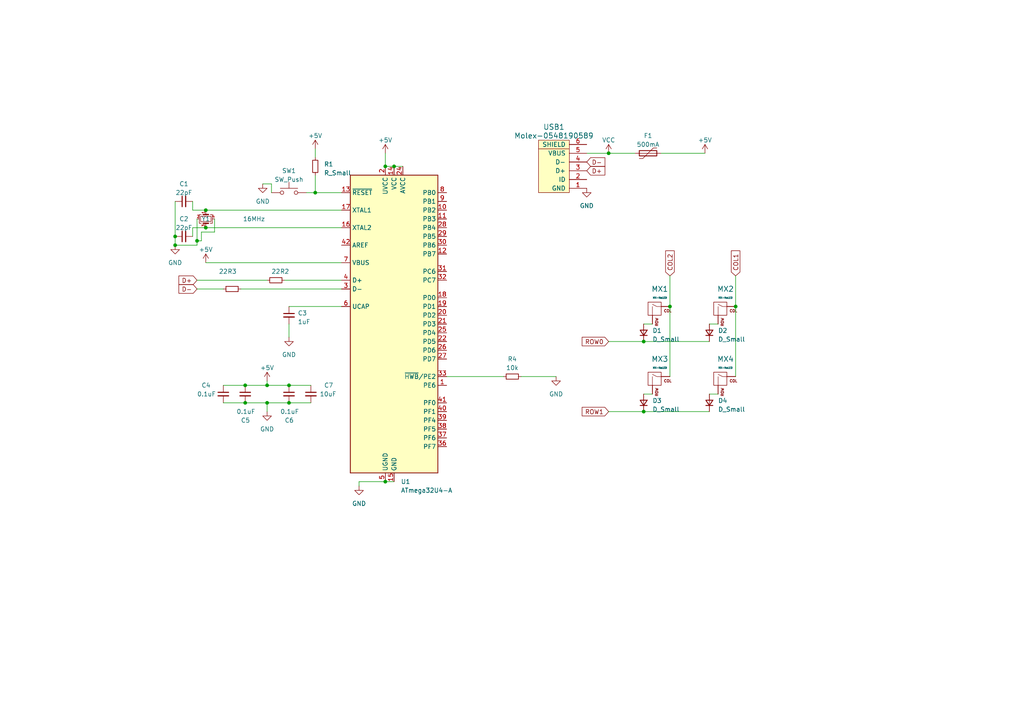
<source format=kicad_sch>
(kicad_sch (version 20230121) (generator eeschema)
  (paper "A4")
  (lib_symbols
    (symbol "Device:C_Small" (pin_numbers hide) (pin_names (offset 0.254) hide)
      (property "Reference" "C" (at 0.254 1.778 0))
      (property "Value" "C_Small" (at 0.254 -2.032 0))
      (symbol "C_Small_0_1"
        (polyline (pts (xy -1.524 -0.508) (xy 1.524 -0.508)) (stroke (width 0.3302)))
        (polyline (pts (xy -1.524 0.508) (xy 1.524 0.508)) (stroke (width 0.3048)))
      )
      (symbol "C_Small_1_1"
        (pin passive line (at 0 2.54 270) (length 2.032) (name "~") (number "1"))
        (pin passive line (at 0 -2.54 90) (length 2.032) (name "~") (number "2"))
      )
    )
    (symbol "Device:Crystal_GND24_Small" (pin_names (offset 1.016) hide)
      (property "Reference" "Y" (at 1.27 4.445 0))
      (property "Value" "Crystal_GND24_Small" (at 1.27 2.54 0))
      (symbol "Crystal_GND24_Small_0_1"
        (rectangle (start -0.762 -1.524) (end 0.762 1.524))
        (polyline (pts (xy -1.27 -0.762) (xy -1.27 0.762)) (stroke (width 0.381)))
        (polyline (pts (xy 1.27 -0.762) (xy 1.27 0.762)) (stroke (width 0.381)))
        (polyline (pts (xy -1.27 -1.27) (xy -1.27 -1.905) (xy 1.27 -1.905) (xy 1.27 -1.27)))
        (polyline (pts (xy -1.27 1.27) (xy -1.27 1.905) (xy 1.27 1.905) (xy 1.27 1.27)))
      )
      (symbol "Crystal_GND24_Small_1_1"
        (pin passive line (at -2.54 0 0) (length 1.27) (name "1") (number "1"))
        (pin passive line (at 0 -2.54 90) (length 0.635) (name "2") (number "2"))
        (pin passive line (at 2.54 0 180) (length 1.27) (name "3") (number "3"))
        (pin passive line (at 0 2.54 270) (length 0.635) (name "4") (number "4"))
      )
    )
    (symbol "Device:D_Small" (pin_numbers hide) (pin_names (offset 0.254) hide)
      (property "Reference" "D" (at -1.27 2.032 0))
      (property "Value" "D_Small" (at -3.81 -2.032 0))
      (symbol "D_Small_0_1"
        (polyline (pts (xy -0.762 -1.016) (xy -0.762 1.016)) (stroke (width 0.254)))
        (polyline (pts (xy -0.762 0) (xy 0.762 0)))
        (polyline (pts (xy 0.762 -1.016) (xy -0.762 0) (xy 0.762 1.016) (xy 0.762 -1.016)) (stroke (width 0.254)))
      )
      (symbol "D_Small_1_1"
        (pin passive line (at -2.54 0 0) (length 1.778) (name "K") (number "1"))
        (pin passive line (at 2.54 0 180) (length 1.778) (name "A") (number "2"))
      )
    )
    (symbol "Device:Polyfuse" (pin_numbers hide) (pin_names (offset 0))
      (property "Reference" "F" (at -2.54 0 90))
      (property "Value" "Polyfuse" (at 2.54 0 90))
      (symbol "Polyfuse_0_1"
        (rectangle (start -0.762 2.54) (end 0.762 -2.54) (stroke (width 0.254)))
        (polyline (pts (xy 0 2.54) (xy 0 -2.54)))
        (polyline (pts (xy -1.524 2.54) (xy -1.524 1.524) (xy 1.524 -1.524) (xy 1.524 -2.54)))
      )
      (symbol "Polyfuse_1_1"
        (pin passive line (at 0 3.81 270) (length 1.27) (name "~") (number "1"))
        (pin passive line (at 0 -3.81 90) (length 1.27) (name "~") (number "2"))
      )
    )
    (symbol "Device:R_Small" (pin_numbers hide) (pin_names (offset 0.254) hide)
      (property "Reference" "R" (at 0.762 0.508 0))
      (property "Value" "R_Small" (at 0.762 -1.016 0))
      (symbol "R_Small_0_1"
        (rectangle (start -0.762 1.778) (end 0.762 -1.778) (stroke (width 0.2032)))
      )
      (symbol "R_Small_1_1"
        (pin passive line (at 0 2.54 270) (length 0.762) (name "~") (number "1"))
        (pin passive line (at 0 -2.54 90) (length 0.762) (name "~") (number "2"))
      )
    )
    (symbol "MCU_Microchip_ATmega:ATmega32U4-A"
      (property "Reference" "U" (at -12.7 44.45 0))
      (property "Value" "ATmega32U4-A" (at 2.54 -44.45 0))
      (symbol "ATmega32U4-A_0_1"
        (rectangle (start -12.7 -43.18) (end 12.7 43.18) (stroke (width 0.254)) (fill (type background)))
      )
      (symbol "ATmega32U4-A_1_1"
        (pin bidirectional line (at 15.24 -17.78 180) (length 2.54) (name "PE6") (number "1"))
        (pin bidirectional line (at 15.24 33.02 180) (length 2.54) (name "PB2") (number "10"))
        (pin bidirectional line (at 15.24 30.48 180) (length 2.54) (name "PB3") (number "11"))
        (pin bidirectional line (at 15.24 20.32 180) (length 2.54) (name "PB7") (number "12"))
        (pin input line (at -15.24 38.1 0) (length 2.54) (name "~{RESET}") (number "13"))
        (pin power_in line (at 0 45.72 270) (length 2.54) (name "VCC") (number "14"))
        (pin power_in line (at 0 -45.72 90) (length 2.54) (name "GND") (number "15"))
        (pin output line (at -15.24 27.94 0) (length 2.54) (name "XTAL2") (number "16"))
        (pin input line (at -15.24 33.02 0) (length 2.54) (name "XTAL1") (number "17"))
        (pin bidirectional line (at 15.24 7.62 180) (length 2.54) (name "PD0") (number "18"))
        (pin bidirectional line (at 15.24 5.08 180) (length 2.54) (name "PD1") (number "19"))
        (pin power_in line (at -2.54 45.72 270) (length 2.54) (name "UVCC") (number "2"))
        (pin bidirectional line (at 15.24 2.54 180) (length 2.54) (name "PD2") (number "20"))
        (pin bidirectional line (at 15.24 0 180) (length 2.54) (name "PD3") (number "21"))
        (pin bidirectional line (at 15.24 -5.08 180) (length 2.54) (name "PD5") (number "22"))
        (pin passive line (at 0 -45.72 90) (length 2.54) hide (name "GND") (number "23"))
        (pin power_in line (at 2.54 45.72 270) (length 2.54) (name "AVCC") (number "24"))
        (pin bidirectional line (at 15.24 -2.54 180) (length 2.54) (name "PD4") (number "25"))
        (pin bidirectional line (at 15.24 -7.62 180) (length 2.54) (name "PD6") (number "26"))
        (pin bidirectional line (at 15.24 -10.16 180) (length 2.54) (name "PD7") (number "27"))
        (pin bidirectional line (at 15.24 27.94 180) (length 2.54) (name "PB4") (number "28"))
        (pin bidirectional line (at 15.24 25.4 180) (length 2.54) (name "PB5") (number "29"))
        (pin bidirectional line (at -15.24 10.16 0) (length 2.54) (name "D-") (number "3"))
        (pin bidirectional line (at 15.24 22.86 180) (length 2.54) (name "PB6") (number "30"))
        (pin bidirectional line (at 15.24 15.24 180) (length 2.54) (name "PC6") (number "31"))
        (pin bidirectional line (at 15.24 12.7 180) (length 2.54) (name "PC7") (number "32"))
        (pin bidirectional line (at 15.24 -15.24 180) (length 2.54) (name "~{HWB}/PE2") (number "33"))
        (pin passive line (at 0 45.72 270) (length 2.54) hide (name "VCC") (number "34"))
        (pin passive line (at 0 -45.72 90) (length 2.54) hide (name "GND") (number "35"))
        (pin bidirectional line (at 15.24 -35.56 180) (length 2.54) (name "PF7") (number "36"))
        (pin bidirectional line (at 15.24 -33.02 180) (length 2.54) (name "PF6") (number "37"))
        (pin bidirectional line (at 15.24 -30.48 180) (length 2.54) (name "PF5") (number "38"))
        (pin bidirectional line (at 15.24 -27.94 180) (length 2.54) (name "PF4") (number "39"))
        (pin bidirectional line (at -15.24 12.7 0) (length 2.54) (name "D+") (number "4"))
        (pin bidirectional line (at 15.24 -25.4 180) (length 2.54) (name "PF1") (number "40"))
        (pin bidirectional line (at 15.24 -22.86 180) (length 2.54) (name "PF0") (number "41"))
        (pin passive line (at -15.24 22.86 0) (length 2.54) (name "AREF") (number "42"))
        (pin passive line (at 0 -45.72 90) (length 2.54) hide (name "GND") (number "43"))
        (pin passive line (at 2.54 45.72 270) (length 2.54) hide (name "AVCC") (number "44"))
        (pin passive line (at -2.54 -45.72 90) (length 2.54) (name "UGND") (number "5"))
        (pin passive line (at -15.24 5.08 0) (length 2.54) (name "UCAP") (number "6"))
        (pin input line (at -15.24 17.78 0) (length 2.54) (name "VBUS") (number "7"))
        (pin bidirectional line (at 15.24 38.1 180) (length 2.54) (name "PB0") (number "8"))
        (pin bidirectional line (at 15.24 35.56 180) (length 2.54) (name "PB1") (number "9"))
      )
    )
    (symbol "MX_Alps_Hybrid:MX-NoLED" (pin_names (offset 1.016))
      (property "Reference" "MX" (at -0.635 3.81 0))
      (property "Value" "MX-NoLED" (at -0.635 1.27 0))
      (symbol "MX-NoLED_0_0"
        (rectangle (start -2.54 2.54) (end 1.27 -1.27))
        (polyline (pts (xy -1.27 -1.27) (xy -1.27 1.27)) (stroke (width 0.127)))
        (polyline (pts (xy 1.27 1.27) (xy 0 1.27) (xy -1.27 1.905)) (stroke (width 0.127)))
        (text "COL" (at 3.175 0 0) (effects (font (size 0.762 0.762))))
        (text "ROW" (at 0 -1.905 900) (effects (font (size 0.762 0.762)) (justify right)))
      )
      (symbol "MX-NoLED_1_1"
        (pin passive line (at 3.81 1.27 180) (length 2.54) (name "COL") (number "1"))
        (pin passive line (at -1.27 -3.81 90) (length 2.54) (name "ROW") (number "2"))
      )
    )
    (symbol "Switch:SW_Push" (pin_numbers hide) (pin_names (offset 1.016) hide)
      (property "Reference" "SW" (at 1.27 2.54 0))
      (property "Value" "SW_Push" (at 0 -1.524 0))
      (symbol "SW_Push_0_1"
        (circle (center -2.032 0) (radius 0.508))
        (polyline (pts (xy 0 1.27) (xy 0 3.048)))
        (polyline (pts (xy 2.54 1.27) (xy -2.54 1.27)))
        (circle (center 2.032 0) (radius 0.508))
        (pin passive line (at -5.08 0 0) (length 2.54) (name "1") (number "1"))
        (pin passive line (at 5.08 0 180) (length 2.54) (name "2") (number "2"))
      )
    )
    (symbol "power:+5V" (power) (pin_names (offset 0))
      (property "Value" "+5V" (at 0 3.556 0))
      (symbol "+5V_0_1"
        (polyline (pts (xy -0.762 1.27) (xy 0 2.54)))
        (polyline (pts (xy 0 0) (xy 0 2.54)))
        (polyline (pts (xy 0 2.54) (xy 0.762 1.27)))
      )
      (symbol "+5V_1_1"
        (pin power_in line (at 0 0 90) (length 0) hide (name "+5V") (number "1"))
      )
    )
    (symbol "power:GND" (power) (pin_names (offset 0))
      (property "Value" "GND" (at 0 -3.81 0))
      (symbol "GND_0_1"
        (polyline (pts (xy 0 0) (xy 0 -1.27) (xy 1.27 -1.27) (xy 0 -2.54) (xy -1.27 -1.27) (xy 0 -1.27)))
      )
      (symbol "GND_1_1"
        (pin power_in line (at 0 0 270) (length 0) hide (name "GND") (number "1"))
      )
    )
    (symbol "power:VCC" (power) (pin_names (offset 0))
      (property "Value" "VCC" (at 0 3.81 0))
      (symbol "VCC_0_1"
        (polyline (pts (xy -0.762 1.27) (xy 0 2.54)))
        (polyline (pts (xy 0 0) (xy 0 2.54)))
        (polyline (pts (xy 0 2.54) (xy 0.762 1.27)))
      )
      (symbol "VCC_1_1"
        (pin power_in line (at 0 0 90) (length 0) hide (name "VCC") (number "1"))
      )
    )
    (symbol "random-keyboard-parts:Molex-0548190589" (pin_names (offset 1.016))
      (property "Reference" "USB" (at 0 7.62 0))
      (property "Value" "Molex-0548190589" (at 0 10.16 0))
      (symbol "Molex-0548190589_0_0"
        (polyline (pts (xy 6.35 -2.54) (xy 6.35 6.35)))
        (rectangle (start 8.89 -2.54) (end -6.35 6.35) (fill (type background)))
      )
      (symbol "Molex-0548190589_1_1"
        (pin input line (at -5.08 -7.62 90) (length 5.08) (name "GND") (number "1"))
        (pin input line (at -2.54 -7.62 90) (length 5.08) (name "ID") (number "2"))
        (pin input line (at 0 -7.62 90) (length 5.08) (name "D+") (number "3"))
        (pin input line (at 2.54 -7.62 90) (length 5.08) (name "D-") (number "4"))
        (pin input line (at 5.08 -7.62 90) (length 5.08) (name "VBUS") (number "5"))
        (pin input line (at 7.62 -7.62 90) (length 5.08) (name "SHIELD") (number "6"))
      )
    )
  )
  (junction (at 71.12 116.84))
  (junction (at 50.8 71.12))
  (junction (at 57.15 69.85))
  (junction (at 83.82 111.76))
  (junction (at 59.69 66.04))
  (junction (at 111.76 48.26))
  (junction (at 186.69 119.38))
  (junction (at 186.69 99.06))
  (junction (at 83.82 116.84))
  (junction (at 91.44 55.88))
  (junction (at 77.47 111.76))
  (junction (at 77.47 116.84))
  (junction (at 50.8 68.58))
  (junction (at 59.69 60.96))
  (junction (at 71.12 111.76))
  (junction (at 176.53 44.45))
  (junction (at 114.3 48.26))
  (junction (at 194.31 88.9))
  (junction (at 213.36 88.9))
  (junction (at 111.76 139.7))
  (wire (pts (xy 91.44 50.8) (xy 91.44 55.88)))
  (wire (pts (xy 50.8 58.42) (xy 50.8 68.58)))
  (wire (pts (xy 55.88 66.04) (xy 59.69 66.04)))
  (wire (pts (xy 50.8 68.58) (xy 50.8 71.12)))
  (wire (pts (xy 58.42 69.85) (xy 57.15 69.85)))
  (wire (pts (xy 83.82 111.76) (xy 90.17 111.76)))
  (wire (pts (xy 111.76 139.7) (xy 104.14 139.7)))
  (wire (pts (xy 77.47 116.84) (xy 77.47 119.38)))
  (wire (pts (xy 129.54 109.22) (xy 146.05 109.22)))
  (wire (pts (xy 57.15 63.5) (xy 57.15 69.85)))
  (wire (pts (xy 213.36 88.9) (xy 213.36 109.22)))
  (wire (pts (xy 205.74 93.98) (xy 208.28 93.98)))
  (wire (pts (xy 62.23 63.5) (xy 62.23 67.31)))
  (wire (pts (xy 69.85 83.82) (xy 99.06 83.82)))
  (wire (pts (xy 62.23 67.31) (xy 58.42 67.31)))
  (wire (pts (xy 88.9 55.88) (xy 91.44 55.88)))
  (wire (pts (xy 104.14 139.7) (xy 104.14 140.97)))
  (wire (pts (xy 114.3 48.26) (xy 116.84 48.26)))
  (wire (pts (xy 78.74 55.88) (xy 78.74 53.34)))
  (wire (pts (xy 59.69 76.2) (xy 99.06 76.2)))
  (wire (pts (xy 176.53 99.06) (xy 186.69 99.06)))
  (wire (pts (xy 186.69 93.98) (xy 189.23 93.98)))
  (wire (pts (xy 71.12 116.84) (xy 77.47 116.84)))
  (wire (pts (xy 83.82 116.84) (xy 90.17 116.84)))
  (wire (pts (xy 186.69 119.38) (xy 205.74 119.38)))
  (wire (pts (xy 111.76 139.7) (xy 114.3 139.7)))
  (wire (pts (xy 176.53 44.45) (xy 184.15 44.45)))
  (wire (pts (xy 55.88 58.42) (xy 55.88 60.96)))
  (wire (pts (xy 111.76 44.45) (xy 111.76 48.26)))
  (wire (pts (xy 57.15 83.82) (xy 64.77 83.82)))
  (wire (pts (xy 186.69 114.3) (xy 189.23 114.3)))
  (wire (pts (xy 77.47 116.84) (xy 83.82 116.84)))
  (wire (pts (xy 170.18 44.45) (xy 176.53 44.45)))
  (wire (pts (xy 76.2 53.34) (xy 78.74 53.34)))
  (wire (pts (xy 83.82 93.98) (xy 83.82 97.79)))
  (wire (pts (xy 71.12 111.76) (xy 77.47 111.76)))
  (wire (pts (xy 55.88 60.96) (xy 59.69 60.96)))
  (wire (pts (xy 176.53 119.38) (xy 186.69 119.38)))
  (wire (pts (xy 151.13 109.22) (xy 161.29 109.22)))
  (wire (pts (xy 58.42 67.31) (xy 58.42 69.85)))
  (wire (pts (xy 191.77 44.45) (xy 204.47 44.45)))
  (wire (pts (xy 205.74 114.3) (xy 208.28 114.3)))
  (wire (pts (xy 64.77 116.84) (xy 71.12 116.84)))
  (wire (pts (xy 194.31 88.9) (xy 194.31 109.22)))
  (wire (pts (xy 64.77 111.76) (xy 71.12 111.76)))
  (wire (pts (xy 55.88 68.58) (xy 55.88 66.04)))
  (wire (pts (xy 50.8 71.12) (xy 57.15 71.12)))
  (wire (pts (xy 77.47 110.49) (xy 77.47 111.76)))
  (wire (pts (xy 186.69 99.06) (xy 205.74 99.06)))
  (wire (pts (xy 91.44 55.88) (xy 99.06 55.88)))
  (wire (pts (xy 59.69 60.96) (xy 99.06 60.96)))
  (wire (pts (xy 83.82 88.9) (xy 99.06 88.9)))
  (wire (pts (xy 213.36 80.01) (xy 213.36 88.9)))
  (wire (pts (xy 91.44 43.18) (xy 91.44 45.72)))
  (wire (pts (xy 77.47 111.76) (xy 83.82 111.76)))
  (wire (pts (xy 59.69 66.04) (xy 99.06 66.04)))
  (wire (pts (xy 57.15 69.85) (xy 57.15 71.12)))
  (wire (pts (xy 82.55 81.28) (xy 99.06 81.28)))
  (wire (pts (xy 57.15 81.28) (xy 77.47 81.28)))
  (wire (pts (xy 194.31 80.01) (xy 194.31 88.9)))
  (wire (pts (xy 111.76 48.26) (xy 114.3 48.26)))
  (global_label "ROW1" (shape input) (at 176.53 119.38 180) (property "Intersheetrefs" "${INTERSHEET_REFS}" (effects hide)))
  (global_label "D+" (shape input) (at 170.18 49.53 0) (property "Intersheetrefs" "${INTERSHEET_REFS}" (effects hide)))
  (global_label "ROW0" (shape input) (at 176.53 99.06 180) (property "Intersheetrefs" "${INTERSHEET_REFS}" (effects hide)))
  (global_label "D-" (shape input) (at 170.18 46.99 0) (property "Intersheetrefs" "${INTERSHEET_REFS}" (effects hide)))
  (global_label "COL2" (shape input) (at 194.31 80.01 90) (property "Intersheetrefs" "${INTERSHEET_REFS}" (effects hide)))
  (global_label "D+" (shape input) (at 57.15 81.28 180) (property "Intersheetrefs" "${INTERSHEET_REFS}" (effects hide)))
  (global_label "COL1" (shape input) (at 213.36 80.01 90) (property "Intersheetrefs" "${INTERSHEET_REFS}" (effects hide)))
  (global_label "D-" (shape input) (at 57.15 83.82 180) (property "Intersheetrefs" "${INTERSHEET_REFS}" (effects hide)))
  (symbol (lib_id "MX_Alps_Hybrid:MX-NoLED") (at 209.55 110.49 0) (unit 1)
    (property "Reference" "MX4" (at 210.4332 104.14 0) (effects (font (size 1.524 1.524))))
    (property "Value" "MX-NoLED" (at 210.4332 106.68 0) (effects (font (size 0.508 0.508))))
    (property "Footprint" "MX_Alps_Hybrid:MX-1U" (effects hide))
  )
  (symbol (lib_id "Device:D_Small") (at 205.74 96.52 90) (unit 1)
    (property "Reference" "D2" (at 208.28 95.885 90) (effects (justify right)))
    (property "Value" "D_Small" (at 208.28 98.425 90) (effects (justify right)))
    (property "Footprint" "Diode_SMD:D_SOD-123" (effects hide))
    (property "Sim.Device" "D" (effects hide))
    (property "Sim.Pins" "1=K 2=A" (effects hide))
  )
  (symbol (lib_id "Device:C_Small") (at 64.77 114.3 0) (unit 1)
    (property "Reference" "C4" (at 58.42 111.76 0) (effects (justify left)))
    (property "Value" "0.1uF" (at 57.15 114.3 0) (effects (justify left)))
    (property "Footprint" "Capacitor_SMD:C_0805_2012Metric" (effects hide))
  )
  (symbol (lib_id "power:GND") (at 83.82 97.79 0) (unit 1)
    (property "Reference" "#PWR09" (effects hide))
    (property "Value" "GND" (at 83.82 102.87 0))
  )
  (symbol (lib_id "Device:D_Small") (at 205.74 116.84 90) (unit 1)
    (property "Reference" "D4" (at 208.28 116.205 90) (effects (justify right)))
    (property "Value" "D_Small" (at 208.28 118.745 90) (effects (justify right)))
    (property "Footprint" "Diode_SMD:D_SOD-123" (effects hide))
    (property "Sim.Device" "D" (effects hide))
    (property "Sim.Pins" "1=K 2=A" (effects hide))
  )
  (symbol (lib_id "power:GND") (at 170.18 54.61 0) (unit 1)
    (property "Reference" "#PWR06" (effects hide))
    (property "Value" "GND" (at 170.18 59.69 0))
  )
  (symbol (lib_id "Device:D_Small") (at 186.69 96.52 90) (unit 1)
    (property "Reference" "D1" (at 189.23 95.885 90) (effects (justify right)))
    (property "Value" "D_Small" (at 189.23 98.425 90) (effects (justify right)))
    (property "Footprint" "Diode_SMD:D_SOD-123" (effects hide))
    (property "Sim.Device" "D" (effects hide))
    (property "Sim.Pins" "1=K 2=A" (effects hide))
  )
  (symbol (lib_id "Switch:SW_Push") (at 83.82 55.88 0) (unit 1)
    (property "Reference" "SW1" (at 83.82 49.53 0))
    (property "Value" "SW_Push" (at 83.82 52.07 0))
    (property "Footprint" "random-keyboard-parts:SKQG-1155865" (effects hide))
  )
  (symbol (lib_id "Device:Polyfuse") (at 187.96 44.45 90) (unit 1)
    (property "Reference" "F1" (at 187.96 39.37 90))
    (property "Value" "500mA" (at 187.96 41.91 90))
    (property "Footprint" "Fuse:Fuse_1206_3216Metric" (effects hide))
  )
  (symbol (lib_id "power:+5V") (at 59.69 76.2 0) (unit 1)
    (property "Reference" "#PWR08" (effects hide))
    (property "Value" "+5V" (at 59.69 72.39 0))
  )
  (symbol (lib_id "Device:C_Small") (at 83.82 91.44 0) (unit 1)
    (property "Reference" "C3" (at 86.36 90.8113 0) (effects (justify left)))
    (property "Value" "1uF" (at 86.36 93.3513 0) (effects (justify left)))
    (property "Footprint" "Capacitor_SMD:C_0805_2012Metric" (effects hide))
  )
  (symbol (lib_id "Device:R_Small") (at 67.31 83.82 90) (unit 1)
    (property "Reference" "R3" (at 67.31 78.74 90))
    (property "Value" "22" (at 64.77 78.74 90))
    (property "Footprint" "Resistor_SMD:R_0805_2012Metric" (effects hide))
  )
  (symbol (lib_id "Device:C_Small") (at 71.12 114.3 0) (unit 1)
    (property "Reference" "C5" (at 69.85 121.92 0) (effects (justify left)))
    (property "Value" "0.1uF" (at 68.58 119.38 0) (effects (justify left)))
    (property "Footprint" "Capacitor_SMD:C_0805_2012Metric" (effects hide))
  )
  (symbol (lib_id "MX_Alps_Hybrid:MX-NoLED") (at 190.5 110.49 0) (unit 1)
    (property "Reference" "MX3" (at 191.3832 104.14 0) (effects (font (size 1.524 1.524))))
    (property "Value" "MX-NoLED" (at 191.3832 106.68 0) (effects (font (size 0.508 0.508))))
    (property "Footprint" "MX_Alps_Hybrid:MX-1U" (effects hide))
  )
  (symbol (lib_id "Device:C_Small") (at 90.17 114.3 0) (unit 1)
    (property "Reference" "C7" (at 93.98 111.76 0) (effects (justify left)))
    (property "Value" "10uF" (at 92.71 114.3 0) (effects (justify left)))
    (property "Footprint" "Capacitor_SMD:C_0805_2012Metric" (effects hide))
  )
  (symbol (lib_id "power:+5V") (at 91.44 43.18 0) (unit 1)
    (property "Reference" "#PWR01" (effects hide))
    (property "Value" "+5V" (at 91.44 39.37 0))
  )
  (symbol (lib_id "Device:R_Small") (at 148.59 109.22 90) (unit 1)
    (property "Reference" "R4" (at 148.59 104.14 90))
    (property "Value" "10k" (at 148.59 106.68 90))
    (property "Footprint" "Resistor_SMD:R_0805_2012Metric" (effects hide))
  )
  (symbol (lib_id "power:VCC") (at 176.53 44.45 0) (unit 1)
    (property "Reference" "#PWR03" (effects hide))
    (property "Value" "VCC" (at 176.53 40.64 0))
  )
  (symbol (lib_id "power:+5V") (at 77.47 110.49 0) (unit 1)
    (property "Reference" "#PWR011" (effects hide))
    (property "Value" "+5V" (at 77.47 106.68 0))
  )
  (symbol (lib_id "Device:C_Small") (at 53.34 68.58 90) (unit 1)
    (property "Reference" "C2" (at 53.3463 63.5 90))
    (property "Value" "22pF" (at 53.3463 66.04 90))
    (property "Footprint" "Capacitor_SMD:C_0805_2012Metric" (effects hide))
  )
  (symbol (lib_id "Device:C_Small") (at 83.82 114.3 0) (unit 1)
    (property "Reference" "C6" (at 82.55 121.92 0) (effects (justify left)))
    (property "Value" "0.1uF" (at 81.28 119.38 0) (effects (justify left)))
    (property "Footprint" "Capacitor_SMD:C_0805_2012Metric" (effects hide))
  )
  (symbol (lib_id "Device:C_Small") (at 53.34 58.42 90) (unit 1)
    (property "Reference" "C1" (at 53.3463 53.34 90))
    (property "Value" "22pF" (at 53.3463 55.88 90))
    (property "Footprint" "Capacitor_SMD:C_0805_2012Metric" (effects hide))
  )
  (symbol (lib_id "MX_Alps_Hybrid:MX-NoLED") (at 209.55 90.17 0) (unit 1)
    (property "Reference" "MX2" (at 210.4332 83.82 0) (effects (font (size 1.524 1.524))))
    (property "Value" "MX-NoLED" (at 210.4332 86.36 0) (effects (font (size 0.508 0.508))))
    (property "Footprint" "MX_Alps_Hybrid:MX-1U" (effects hide))
  )
  (symbol (lib_id "Device:R_Small") (at 80.01 81.28 90) (unit 1)
    (property "Reference" "R2" (at 82.55 78.74 90))
    (property "Value" "22" (at 80.01 78.74 90))
    (property "Footprint" "Resistor_SMD:R_0805_2012Metric" (effects hide))
  )
  (symbol (lib_id "power:GND") (at 77.47 119.38 0) (unit 1)
    (property "Reference" "#PWR012" (effects hide))
    (property "Value" "GND" (at 77.47 124.46 0))
  )
  (symbol (lib_id "power:GND") (at 104.14 140.97 0) (unit 1)
    (property "Reference" "#PWR013" (effects hide))
    (property "Value" "GND" (at 104.14 146.05 0))
  )
  (symbol (lib_id "random-keyboard-parts:Molex-0548190589") (at 162.56 49.53 90) (unit 1)
    (property "Reference" "USB1" (at 160.655 36.83 90) (effects (font (size 1.524 1.524))))
    (property "Value" "Molex-0548190589" (at 160.655 39.37 90) (effects (font (size 1.524 1.524))))
    (property "Footprint" "random-keyboard-parts:Molex-0548190589" (effects hide))
  )
  (symbol (lib_id "Device:R_Small") (at 91.44 48.26 0) (unit 1)
    (property "Reference" "R1" (at 93.98 47.625 0) (effects (justify left)))
    (property "Value" "R_Small" (at 93.98 50.165 0) (effects (justify left)))
    (property "Footprint" "Resistor_SMD:R_0805_2012Metric" (effects hide))
  )
  (symbol (lib_id "power:GND") (at 161.29 109.22 0) (unit 1)
    (property "Reference" "#PWR010" (effects hide))
    (property "Value" "GND" (at 161.29 114.3 0))
  )
  (symbol (lib_id "Device:D_Small") (at 186.69 116.84 90) (unit 1)
    (property "Reference" "D3" (at 189.23 116.205 90) (effects (justify right)))
    (property "Value" "D_Small" (at 189.23 118.745 90) (effects (justify right)))
    (property "Footprint" "Diode_SMD:D_SOD-123" (effects hide))
    (property "Sim.Device" "D" (effects hide))
    (property "Sim.Pins" "1=K 2=A" (effects hide))
  )
  (symbol (lib_id "power:GND") (at 76.2 53.34 0) (unit 1)
    (property "Reference" "#PWR05" (effects hide))
    (property "Value" "GND" (at 76.2 58.42 0))
  )
  (symbol (lib_id "MCU_Microchip_ATmega:ATmega32U4-A") (at 114.3 93.98 0) (unit 1)
    (property "Reference" "U1" (at 116.2559 139.7 0) (effects (justify left)))
    (property "Value" "ATmega32U4-A" (at 116.2559 142.24 0) (effects (justify left)))
    (property "Footprint" "Package_QFP:TQFP-44_10x10mm_P0.8mm" (effects hide))
    (property "Datasheet" "http://ww1.microchip.com/downloads/en/DeviceDoc/Atmel-7766-8-bit-AVR-ATmega16U4-32U4_Datasheet.pdf" (effects hide))
  )
  (symbol (lib_id "power:+5V") (at 204.47 44.45 0) (unit 1)
    (property "Reference" "#PWR04" (effects hide))
    (property "Value" "+5V" (at 204.47 40.64 0))
  )
  (symbol (lib_id "MX_Alps_Hybrid:MX-NoLED") (at 190.5 90.17 0) (unit 1)
    (property "Reference" "MX1" (at 191.3832 83.82 0) (effects (font (size 1.524 1.524))))
    (property "Value" "MX-NoLED" (at 191.3832 86.36 0) (effects (font (size 0.508 0.508))))
    (property "Footprint" "MX_Alps_Hybrid:MX-1U" (effects hide))
  )
  (symbol (lib_id "power:GND") (at 50.8 71.12 0) (unit 1)
    (property "Reference" "#PWR07" (effects hide))
    (property "Value" "GND" (at 50.8 76.2 0))
  )
  (symbol (lib_id "Device:Crystal_GND24_Small") (at 59.69 63.5 270) (unit 1)
    (property "Reference" "Y1" (at 59.69 63.5 90))
    (property "Value" "16MHz" (at 73.66 63.5 90))
    (property "Footprint" "Crystal:Crystal_SMD_3225-4Pin_3.2x2.5mm" (effects hide))
  )
  (symbol (lib_id "power:+5V") (at 111.76 44.45 0) (unit 1)
    (property "Reference" "#PWR02" (effects hide))
    (property "Value" "+5V" (at 111.76 40.64 0))
  )
)
</source>
